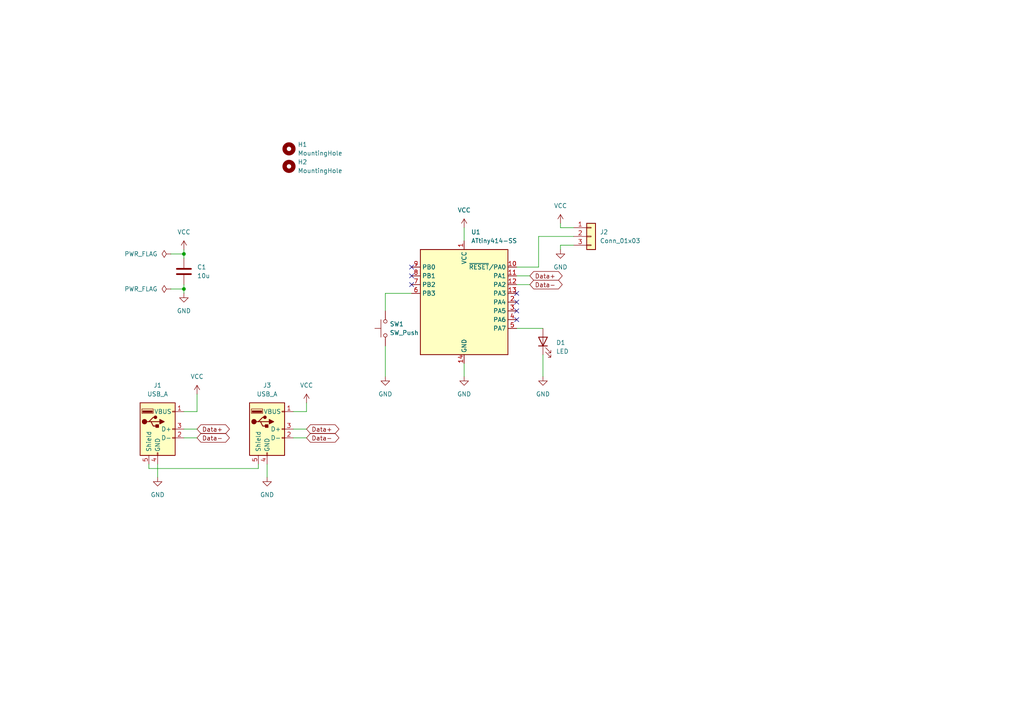
<source format=kicad_sch>
(kicad_sch (version 20211123) (generator eeschema)
  (paper "A4")
  (lib_symbols
    (symbol "Connector:USB_A" (pin_names (offset 1.016))
      (property "Reference" "J" (at -5.08 11.43 0))
      (property "Value" "USB_A" (at -5.08 8.89 0))
      (symbol "USB_A_0_1"
        (rectangle (start -5.08 -7.62) (end 5.08 7.62) (stroke (width 0.254)) (fill (type background)))
        (circle (center -3.81 2.159) (radius 0.635) (stroke (width 0.254)) (fill (type outline)))
        (rectangle (start -1.524 4.826) (end -4.318 5.334) (fill (type outline)))
        (rectangle (start -1.27 4.572) (end -4.572 5.842))
        (circle (center -0.635 3.429) (radius 0.381) (stroke (width 0.254)) (fill (type outline)))
        (rectangle (start -0.127 -7.62) (end 0.127 -6.858))
        (polyline (pts (xy -3.175 2.159) (xy -2.54 2.159) (xy -1.27 3.429) (xy -0.635 3.429)) (stroke (width 0.254)))
        (polyline (pts (xy -2.54 2.159) (xy -1.905 2.159) (xy -1.27 0.889) (xy 0 0.889)) (stroke (width 0.254)))
        (polyline (pts (xy 0.635 2.794) (xy 0.635 1.524) (xy 1.905 2.159) (xy 0.635 2.794)) (stroke (width 0.254)) (fill (type outline)))
        (rectangle (start 0.254 1.27) (end -0.508 0.508) (stroke (width 0.254)) (fill (type outline)))
        (rectangle (start 5.08 -2.667) (end 4.318 -2.413))
        (rectangle (start 5.08 -0.127) (end 4.318 0.127))
        (rectangle (start 5.08 4.953) (end 4.318 5.207))
      )
      (symbol "USB_A_1_1"
        (polyline (pts (xy -1.905 2.159) (xy 0.635 2.159)) (stroke (width 0.254)))
        (pin power_in line (at 7.62 5.08 180) (length 2.54) (name "VBUS") (number "1"))
        (pin bidirectional line (at 7.62 -2.54 180) (length 2.54) (name "D-") (number "2"))
        (pin bidirectional line (at 7.62 0 180) (length 2.54) (name "D+") (number "3"))
        (pin power_in line (at 0 -10.16 90) (length 2.54) (name "GND") (number "4"))
        (pin passive line (at -2.54 -10.16 90) (length 2.54) (name "Shield") (number "5"))
      )
    )
    (symbol "Connector_Generic:Conn_01x03" (pin_names (offset 1.016) hide)
      (property "Reference" "J" (at 0 5.08 0))
      (property "Value" "Conn_01x03" (at 0 -5.08 0))
      (symbol "Conn_01x03_1_1"
        (rectangle (start -1.27 -2.413) (end 0 -2.667) (stroke (width 0.1524)))
        (rectangle (start -1.27 0.127) (end 0 -0.127) (stroke (width 0.1524)))
        (rectangle (start -1.27 2.667) (end 0 2.413) (stroke (width 0.1524)))
        (rectangle (start -1.27 3.81) (end 1.27 -3.81) (stroke (width 0.254)) (fill (type background)))
        (pin passive line (at -5.08 2.54 0) (length 3.81) (name "Pin_1") (number "1"))
        (pin passive line (at -5.08 0 0) (length 3.81) (name "Pin_2") (number "2"))
        (pin passive line (at -5.08 -2.54 0) (length 3.81) (name "Pin_3") (number "3"))
      )
    )
    (symbol "Device:C" (pin_numbers hide) (pin_names (offset 0.254))
      (property "Reference" "C" (at 0.635 2.54 0))
      (property "Value" "C" (at 0.635 -2.54 0))
      (symbol "C_0_1"
        (polyline (pts (xy -2.032 -0.762) (xy 2.032 -0.762)) (stroke (width 0.508)))
        (polyline (pts (xy -2.032 0.762) (xy 2.032 0.762)) (stroke (width 0.508)))
      )
      (symbol "C_1_1"
        (pin passive line (at 0 3.81 270) (length 2.794) (name "~") (number "1"))
        (pin passive line (at 0 -3.81 90) (length 2.794) (name "~") (number "2"))
      )
    )
    (symbol "Device:LED" (pin_numbers hide) (pin_names (offset 1.016) hide)
      (property "Reference" "D" (at 0 2.54 0))
      (property "Value" "LED" (at 0 -2.54 0))
      (symbol "LED_0_1"
        (polyline (pts (xy -1.27 -1.27) (xy -1.27 1.27)) (stroke (width 0.254)))
        (polyline (pts (xy -1.27 0) (xy 1.27 0)))
        (polyline (pts (xy 1.27 -1.27) (xy 1.27 1.27) (xy -1.27 0) (xy 1.27 -1.27)) (stroke (width 0.254)))
        (polyline (pts (xy -3.048 -0.762) (xy -4.572 -2.286) (xy -3.81 -2.286) (xy -4.572 -2.286) (xy -4.572 -1.524)))
        (polyline (pts (xy -1.778 -0.762) (xy -3.302 -2.286) (xy -2.54 -2.286) (xy -3.302 -2.286) (xy -3.302 -1.524)))
      )
      (symbol "LED_1_1"
        (pin passive line (at -3.81 0 0) (length 2.54) (name "K") (number "1"))
        (pin passive line (at 3.81 0 180) (length 2.54) (name "A") (number "2"))
      )
    )
    (symbol "MCU_Microchip_ATtiny:ATtiny414-SS"
      (property "Reference" "U" (at -12.7 16.51 0))
      (property "Value" "ATtiny414-SS" (at 2.54 -16.51 0))
      (symbol "ATtiny414-SS_0_1"
        (rectangle (start -12.7 -15.24) (end 12.7 15.24) (stroke (width 0.254)) (fill (type background)))
      )
      (symbol "ATtiny414-SS_1_1"
        (pin power_in line (at 0 17.78 270) (length 2.54) (name "VCC") (number "1"))
        (pin bidirectional line (at 15.24 10.16 180) (length 2.54) (name "~{RESET}/PA0") (number "10"))
        (pin bidirectional line (at 15.24 7.62 180) (length 2.54) (name "PA1") (number "11"))
        (pin bidirectional line (at 15.24 5.08 180) (length 2.54) (name "PA2") (number "12"))
        (pin bidirectional line (at 15.24 2.54 180) (length 2.54) (name "PA3") (number "13"))
        (pin power_in line (at 0 -17.78 90) (length 2.54) (name "GND") (number "14"))
        (pin bidirectional line (at 15.24 0 180) (length 2.54) (name "PA4") (number "2"))
        (pin bidirectional line (at 15.24 -2.54 180) (length 2.54) (name "PA5") (number "3"))
        (pin bidirectional line (at 15.24 -5.08 180) (length 2.54) (name "PA6") (number "4"))
        (pin bidirectional line (at 15.24 -7.62 180) (length 2.54) (name "PA7") (number "5"))
        (pin bidirectional line (at -15.24 2.54 0) (length 2.54) (name "PB3") (number "6"))
        (pin bidirectional line (at -15.24 5.08 0) (length 2.54) (name "PB2") (number "7"))
        (pin bidirectional line (at -15.24 7.62 0) (length 2.54) (name "PB1") (number "8"))
        (pin bidirectional line (at -15.24 10.16 0) (length 2.54) (name "PB0") (number "9"))
      )
    )
    (symbol "Mechanical:MountingHole" (pin_names (offset 1.016))
      (property "Reference" "H" (at 0 5.08 0))
      (property "Value" "MountingHole" (at 0 3.175 0))
      (symbol "MountingHole_0_1"
        (circle (center 0 0) (radius 1.27) (stroke (width 1.27)))
      )
    )
    (symbol "Switch:SW_Push" (pin_numbers hide) (pin_names (offset 1.016) hide)
      (property "Reference" "SW" (at 1.27 2.54 0))
      (property "Value" "SW_Push" (at 0 -1.524 0))
      (symbol "SW_Push_0_1"
        (circle (center -2.032 0) (radius 0.508))
        (polyline (pts (xy 0 1.27) (xy 0 3.048)))
        (polyline (pts (xy 2.54 1.27) (xy -2.54 1.27)))
        (circle (center 2.032 0) (radius 0.508))
        (pin passive line (at -5.08 0 0) (length 2.54) (name "1") (number "1"))
        (pin passive line (at 5.08 0 180) (length 2.54) (name "2") (number "2"))
      )
    )
    (symbol "power:GND" (power) (pin_names (offset 0))
      (property "Value" "GND" (at 0 -3.81 0))
      (symbol "GND_0_1"
        (polyline (pts (xy 0 0) (xy 0 -1.27) (xy 1.27 -1.27) (xy 0 -2.54) (xy -1.27 -1.27) (xy 0 -1.27)))
      )
      (symbol "GND_1_1"
        (pin power_in line (at 0 0 270) (length 0) hide (name "GND") (number "1"))
      )
    )
    (symbol "power:PWR_FLAG" (power) (pin_numbers hide) (pin_names (offset 0) hide)
      (property "Value" "PWR_FLAG" (at 0 3.81 0))
      (symbol "PWR_FLAG_0_0"
        (pin power_out line (at 0 0 90) (length 0) (name "pwr") (number "1"))
      )
      (symbol "PWR_FLAG_0_1"
        (polyline (pts (xy 0 0) (xy 0 1.27) (xy -1.016 1.905) (xy 0 2.54) (xy 1.016 1.905) (xy 0 1.27)))
      )
    )
    (symbol "power:VCC" (power) (pin_names (offset 0))
      (property "Value" "VCC" (at 0 3.81 0))
      (symbol "VCC_0_1"
        (polyline (pts (xy -0.762 1.27) (xy 0 2.54)))
        (polyline (pts (xy 0 0) (xy 0 2.54)))
        (polyline (pts (xy 0 2.54) (xy 0.762 1.27)))
      )
      (symbol "VCC_1_1"
        (pin power_in line (at 0 0 90) (length 0) hide (name "VCC") (number "1"))
      )
    )
  )
  (junction (at 53.34 73.66))
  (junction (at 53.34 83.82))
  (no_connect (at 149.86 85.09))
  (no_connect (at 149.86 92.71))
  (no_connect (at 149.86 90.17))
  (no_connect (at 149.86 87.63))
  (no_connect (at 119.38 77.47))
  (no_connect (at 119.38 80.01))
  (no_connect (at 119.38 82.55))
  (wire (pts (xy 119.38 85.09) (xy 111.76 85.09)))
  (wire (pts (xy 49.53 73.66) (xy 53.34 73.66)))
  (wire (pts (xy 134.62 66.04) (xy 134.62 69.85)))
  (wire (pts (xy 74.93 135.89) (xy 43.18 135.89)))
  (wire (pts (xy 149.86 80.01) (xy 153.67 80.01)))
  (wire (pts (xy 88.9 119.38) (xy 88.9 116.84)))
  (wire (pts (xy 45.72 134.62) (xy 45.72 138.43)))
  (wire (pts (xy 111.76 85.09) (xy 111.76 90.17)))
  (wire (pts (xy 53.34 83.82) (xy 53.34 85.09)))
  (wire (pts (xy 157.48 102.87) (xy 157.48 109.22)))
  (wire (pts (xy 166.37 68.58) (xy 156.21 68.58)))
  (wire (pts (xy 53.34 127) (xy 57.15 127)))
  (wire (pts (xy 53.34 72.39) (xy 53.34 73.66)))
  (wire (pts (xy 134.62 105.41) (xy 134.62 109.22)))
  (wire (pts (xy 162.56 66.04) (xy 162.56 64.77)))
  (wire (pts (xy 53.34 73.66) (xy 53.34 74.93)))
  (wire (pts (xy 156.21 77.47) (xy 149.86 77.47)))
  (wire (pts (xy 85.09 119.38) (xy 88.9 119.38)))
  (wire (pts (xy 53.34 119.38) (xy 57.15 119.38)))
  (wire (pts (xy 49.53 83.82) (xy 53.34 83.82)))
  (wire (pts (xy 57.15 119.38) (xy 57.15 114.3)))
  (wire (pts (xy 85.09 127) (xy 88.9 127)))
  (wire (pts (xy 166.37 71.12) (xy 162.56 71.12)))
  (wire (pts (xy 53.34 82.55) (xy 53.34 83.82)))
  (wire (pts (xy 156.21 68.58) (xy 156.21 77.47)))
  (wire (pts (xy 43.18 135.89) (xy 43.18 134.62)))
  (wire (pts (xy 149.86 95.25) (xy 157.48 95.25)))
  (wire (pts (xy 149.86 82.55) (xy 153.67 82.55)))
  (wire (pts (xy 74.93 134.62) (xy 74.93 135.89)))
  (wire (pts (xy 53.34 124.46) (xy 57.15 124.46)))
  (wire (pts (xy 111.76 100.33) (xy 111.76 109.22)))
  (wire (pts (xy 166.37 66.04) (xy 162.56 66.04)))
  (wire (pts (xy 77.47 134.62) (xy 77.47 138.43)))
  (wire (pts (xy 85.09 124.46) (xy 88.9 124.46)))
  (wire (pts (xy 162.56 71.12) (xy 162.56 72.39)))
  (global_label "Data-" (shape bidirectional) (at 57.15 127 0) (property "Intersheet References" "${INTERSHEET_REFS}" (effects hide)))
  (global_label "Data+" (shape bidirectional) (at 153.67 80.01 0) (property "Intersheet References" "${INTERSHEET_REFS}" (effects hide)))
  (global_label "Data-" (shape bidirectional) (at 88.9 127 0) (property "Intersheet References" "${INTERSHEET_REFS}" (effects hide)))
  (global_label "Data+" (shape bidirectional) (at 88.9 124.46 0) (property "Intersheet References" "${INTERSHEET_REFS}" (effects hide)))
  (global_label "Data-" (shape bidirectional) (at 153.67 82.55 0) (property "Intersheet References" "${INTERSHEET_REFS}" (effects hide)))
  (global_label "Data+" (shape bidirectional) (at 57.15 124.46 0) (property "Intersheet References" "${INTERSHEET_REFS}" (effects hide)))
  (symbol (lib_id "power:PWR_FLAG") (at 49.53 73.66 90) (unit 1)
    (property "Reference" "#FLG01" (effects hide))
    (property "Value" "PWR_FLAG" (at 45.72 73.6599 90) (effects (justify left)))
  )
  (symbol (lib_id "Connector_Generic:Conn_01x03") (at 171.45 68.58 0) (unit 1)
    (property "Reference" "J2" (at 173.99 67.3099 0) (effects (justify left)))
    (property "Value" "Conn_01x03" (at 173.99 69.8499 0) (effects (justify left)))
    (property "Footprint" "Connector_PinSocket_2.54mm:PinSocket_1x03_P2.54mm_Vertical" (effects hide))
  )
  (symbol (lib_id "power:VCC") (at 88.9 116.84 0) (unit 1)
    (property "Reference" "#PWR012" (effects hide))
    (property "Value" "VCC" (at 88.9 111.76 0))
  )
  (symbol (lib_id "MCU_Microchip_ATtiny:ATtiny414-SS") (at 134.62 87.63 0) (unit 1)
    (property "Reference" "U1" (at 136.6394 67.31 0) (effects (justify left)))
    (property "Value" "ATtiny414-SS" (at 136.6394 69.85 0) (effects (justify left)))
    (property "Footprint" "Package_SO:SOIC-14_3.9x8.7mm_P1.27mm" (effects hide))
    (property "Datasheet" "http://ww1.microchip.com/downloads/en/DeviceDoc/40001912A.pdf" (effects hide))
  )
  (symbol (lib_id "Mechanical:MountingHole") (at 83.82 48.26 0) (unit 1)
    (property "Reference" "H2" (at 86.36 46.9899 0) (effects (justify left)))
    (property "Value" "MountingHole" (at 86.36 49.5299 0) (effects (justify left)))
    (property "Footprint" "MountingHole:MountingHole_2.5mm" (effects hide))
  )
  (symbol (lib_id "Mechanical:MountingHole") (at 83.82 43.18 0) (unit 1)
    (property "Reference" "H1" (at 86.36 41.9099 0) (effects (justify left)))
    (property "Value" "MountingHole" (at 86.36 44.4499 0) (effects (justify left)))
    (property "Footprint" "MountingHole:MountingHole_2.5mm" (effects hide))
  )
  (symbol (lib_id "power:VCC") (at 162.56 64.77 0) (unit 1)
    (property "Reference" "#PWR09" (effects hide))
    (property "Value" "VCC" (at 162.56 59.69 0))
  )
  (symbol (lib_id "Switch:SW_Push") (at 111.76 95.25 90) (unit 1)
    (property "Reference" "SW1" (at 113.03 93.9799 90) (effects (justify right)))
    (property "Value" "SW_Push" (at 113.03 96.5199 90) (effects (justify right)))
    (property "Footprint" "Library_USB_A:Button_Switch_ESE-11MV1T" (effects hide))
  )
  (symbol (lib_id "power:GND") (at 157.48 109.22 0) (unit 1)
    (property "Reference" "#PWR08" (effects hide))
    (property "Value" "GND" (at 157.48 114.3 0))
  )
  (symbol (lib_id "power:GND") (at 162.56 72.39 0) (unit 1)
    (property "Reference" "#PWR010" (effects hide))
    (property "Value" "GND" (at 162.56 77.47 0))
  )
  (symbol (lib_id "Device:C") (at 53.34 78.74 0) (unit 1)
    (property "Reference" "C1" (at 57.15 77.4699 0) (effects (justify left)))
    (property "Value" "10u" (at 57.15 80.0099 0) (effects (justify left)))
    (property "Footprint" "Capacitor_SMD:C_1206_3216Metric" (effects hide))
  )
  (symbol (lib_id "Connector:USB_A") (at 77.47 124.46 0) (unit 1)
    (property "Reference" "J3" (at 77.47 111.76 0))
    (property "Value" "USB_A" (at 77.47 114.3 0))
    (property "Footprint" "Library_USB_A:Conn_USB_A_Plug" (effects hide))
    (property "Datasheet" " ~" (effects hide))
  )
  (symbol (lib_id "power:GND") (at 45.72 138.43 0) (unit 1)
    (property "Reference" "#PWR03" (effects hide))
    (property "Value" "GND" (at 45.72 143.51 0))
  )
  (symbol (lib_id "power:GND") (at 53.34 85.09 0) (unit 1)
    (property "Reference" "#PWR02" (effects hide))
    (property "Value" "GND" (at 53.34 90.17 0))
  )
  (symbol (lib_id "power:VCC") (at 57.15 114.3 0) (unit 1)
    (property "Reference" "#PWR04" (effects hide))
    (property "Value" "VCC" (at 57.15 109.22 0))
  )
  (symbol (lib_id "Device:LED") (at 157.48 99.06 90) (unit 1)
    (property "Reference" "D1" (at 161.29 99.3774 90) (effects (justify right)))
    (property "Value" "LED" (at 161.29 101.9174 90) (effects (justify right)))
    (property "Footprint" "LED_THT:LED_D5.0mm_Horizontal_O3.81mm_Z9.0mm" (effects hide))
  )
  (symbol (lib_id "Connector:USB_A") (at 45.72 124.46 0) (unit 1)
    (property "Reference" "J1" (at 45.72 111.76 0))
    (property "Value" "USB_A" (at 45.72 114.3 0))
    (property "Footprint" "Library_USB_A:Conn_USB_A_Jack" (effects hide))
    (property "Datasheet" " ~" (effects hide))
  )
  (symbol (lib_id "power:GND") (at 111.76 109.22 0) (unit 1)
    (property "Reference" "#PWR05" (effects hide))
    (property "Value" "GND" (at 111.76 114.3 0))
  )
  (symbol (lib_id "power:VCC") (at 134.62 66.04 0) (unit 1)
    (property "Reference" "#PWR06" (effects hide))
    (property "Value" "VCC" (at 134.62 60.96 0))
  )
  (symbol (lib_id "power:GND") (at 134.62 109.22 0) (unit 1)
    (property "Reference" "#PWR07" (effects hide))
    (property "Value" "GND" (at 134.62 114.3 0))
  )
  (symbol (lib_id "power:VCC") (at 53.34 72.39 0) (unit 1)
    (property "Reference" "#PWR01" (effects hide))
    (property "Value" "VCC" (at 53.34 67.31 0))
  )
  (symbol (lib_id "power:PWR_FLAG") (at 49.53 83.82 90) (unit 1)
    (property "Reference" "#FLG02" (effects hide))
    (property "Value" "PWR_FLAG" (at 45.72 83.8199 90) (effects (justify left)))
  )
  (symbol (lib_id "power:GND") (at 77.47 138.43 0) (unit 1)
    (property "Reference" "#PWR011" (effects hide))
    (property "Value" "GND" (at 77.47 143.51 0))
  )
)
</source>
